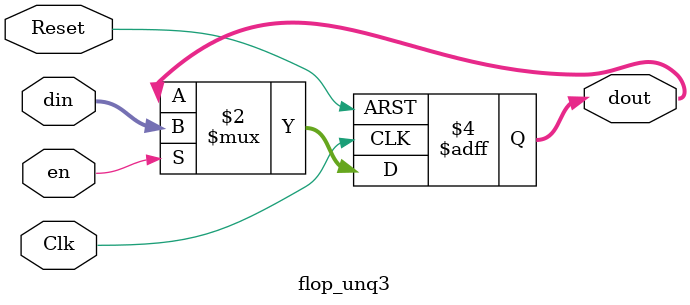
<source format=sv>

/* *****************************************************************************
 * File: flop.vp
 * 
 * Description:
 * Genesis2 flip-flop generator.
 * 
 * Required Genesis2 Controlable Parameters:
 * * Type		- Constant, Flop, RFlop, EFlop, or REFlop
 * * Width		- integer value specifying register width
 * * Default		- default value for the flop 
 *			 (only applies when flop_type=constant|rflop|reflop)
 * * SyncMode		- Sync or ASync flop * Change bar:
 * 
 * 
 * -----------
 * Date          Author   Description
 * Mar 30, 2010  shacham  init version  --  
 * May 20, 2014  jingpu   Add Async mode, change to active low reset
 * Feb 20, 2018  ajcars   Change back to active high reset 
 * ****************************************************************************/


/*******************************************************************************
 * REQUIRED PARAMETERIZATION
 ******************************************************************************/
// Type (_GENESIS2_INHERITANCE_PRIORITY_) = REFlop
//
// Default (_GENESIS2_INHERITANCE_PRIORITY_) = 0
//
// Width (_GENESIS2_INHERITANCE_PRIORITY_) = 32
//
// SyncMode (_GENESIS2_DECLARATION_PRIORITY_) = ASync
//

module flop_unq3(
	       //inputs
	       input 		   Clk,
	       input [31:0]  din,
	       input 		   Reset,
	       input 		   en,

	       //outputs
	       output logic [31:0] dout
	       );


   /* synopsys dc_tcl_script_begin
    set_dont_retime [current_design] true
    set_optimize_registers false -design [current_design]
    */
   


   
   always_ff @(posedge Clk or posedge Reset) begin
      if (Reset) 
	dout <= 32'h0;
      else if (en)
	dout <= din;
   end

endmodule

</source>
